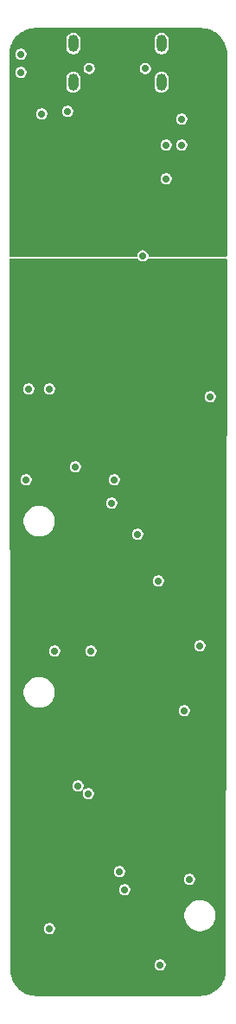
<source format=gbr>
%TF.GenerationSoftware,KiCad,Pcbnew,9.0.3*%
%TF.CreationDate,2025-09-26T00:40:55-04:00*%
%TF.ProjectId,Photon,50686f74-6f6e-42e6-9b69-6361645f7063,1.3*%
%TF.SameCoordinates,Original*%
%TF.FileFunction,Copper,L3,Inr*%
%TF.FilePolarity,Positive*%
%FSLAX46Y46*%
G04 Gerber Fmt 4.6, Leading zero omitted, Abs format (unit mm)*
G04 Created by KiCad (PCBNEW 9.0.3) date 2025-09-26 00:40:55*
%MOMM*%
%LPD*%
G01*
G04 APERTURE LIST*
%TA.AperFunction,HeatsinkPad*%
%ADD10O,1.000000X1.700000*%
%TD*%
%TA.AperFunction,ViaPad*%
%ADD11C,0.700000*%
%TD*%
G04 APERTURE END LIST*
D10*
%TO.N,GND*%
%TO.C,J1*%
X57198800Y-25860000D03*
X57198800Y-22060000D03*
X48558800Y-25860000D03*
X48558800Y-22060000D03*
%TD*%
D11*
%TO.N,GND*%
X46736000Y-81534000D03*
X55626000Y-24526000D03*
X52324000Y-67056000D03*
X61976000Y-56642000D03*
X43434000Y-23114000D03*
X59182000Y-29464000D03*
X56896000Y-74676000D03*
X57658000Y-32004000D03*
X50128800Y-24526000D03*
X43434000Y-24892000D03*
X54864000Y-70104000D03*
X59436000Y-87376000D03*
X52578000Y-64770000D03*
X55372000Y-42863000D03*
X60960000Y-81026000D03*
X57057000Y-112268000D03*
X44196000Y-55880000D03*
X50292000Y-81534000D03*
X46228000Y-55880000D03*
X59944000Y-103886000D03*
X59182000Y-32004000D03*
X43942000Y-64770000D03*
X45466000Y-28956000D03*
%TO.N,PACK+*%
X48006000Y-28702000D03*
X57658000Y-35306000D03*
X50038000Y-95504000D03*
X48768000Y-63500000D03*
%TO.N,+3V3*%
X55880000Y-61976000D03*
X48768000Y-65024000D03*
X57912000Y-61976000D03*
X53848000Y-46482000D03*
X59944000Y-61976000D03*
X48260000Y-69088000D03*
X45149000Y-113475000D03*
X51816000Y-96266000D03*
X51816000Y-98552000D03*
X52578000Y-78486000D03*
X53848000Y-44450000D03*
X48768000Y-81534000D03*
%TO.N,5V*%
X48768000Y-35814000D03*
X51358800Y-24526000D03*
X54356000Y-24384000D03*
X57404000Y-29464000D03*
X51816000Y-41085000D03*
%TO.N,/BAT_SAF_OUT*%
X46228000Y-108712000D03*
%TO.N,/VM*%
X53086000Y-103124000D03*
X53594000Y-104902000D03*
%TO.N,/Bat+*%
X49022000Y-94742000D03*
%TD*%
%TA.AperFunction,Conductor*%
%TO.N,5V*%
G36*
X61093527Y-20566657D02*
G01*
X61370408Y-20582210D01*
X61381439Y-20583453D01*
X61652120Y-20629446D01*
X61662928Y-20631912D01*
X61926786Y-20707932D01*
X61937235Y-20711588D01*
X62190905Y-20816665D01*
X62200899Y-20821478D01*
X62441146Y-20954260D01*
X62441206Y-20954293D01*
X62450603Y-20960198D01*
X62674524Y-21119081D01*
X62683195Y-21125996D01*
X62887928Y-21308959D01*
X62895762Y-21316793D01*
X62950632Y-21378193D01*
X63078719Y-21521525D01*
X63085641Y-21530205D01*
X63244520Y-21754126D01*
X63250426Y-21763526D01*
X63383233Y-22003824D01*
X63388050Y-22013827D01*
X63493115Y-22267480D01*
X63496782Y-22277958D01*
X63572792Y-22541793D01*
X63575262Y-22552617D01*
X63621250Y-22823291D01*
X63622493Y-22834323D01*
X63638039Y-23111148D01*
X63638195Y-23116843D01*
X63609464Y-42827144D01*
X63590472Y-42885307D01*
X63540919Y-42921199D01*
X63510464Y-42926000D01*
X56021500Y-42926000D01*
X55963309Y-42907093D01*
X55927345Y-42857593D01*
X55922500Y-42827000D01*
X55922500Y-42790525D01*
X55884984Y-42650515D01*
X55884982Y-42650512D01*
X55884982Y-42650510D01*
X55812512Y-42524989D01*
X55812510Y-42524987D01*
X55812509Y-42524985D01*
X55710015Y-42422491D01*
X55710012Y-42422489D01*
X55710010Y-42422487D01*
X55584488Y-42350017D01*
X55584489Y-42350017D01*
X55554896Y-42342087D01*
X55444475Y-42312500D01*
X55299525Y-42312500D01*
X55237790Y-42329041D01*
X55159510Y-42350017D01*
X55033989Y-42422487D01*
X54931487Y-42524989D01*
X54859017Y-42650510D01*
X54821500Y-42790525D01*
X54821500Y-42827000D01*
X54802593Y-42885191D01*
X54753093Y-42921155D01*
X54722500Y-42926000D01*
X42407506Y-42926000D01*
X42349315Y-42907093D01*
X42313351Y-42857593D01*
X42308506Y-42827144D01*
X42297433Y-35233525D01*
X57107500Y-35233525D01*
X57107500Y-35378474D01*
X57145017Y-35518489D01*
X57217487Y-35644010D01*
X57217489Y-35644012D01*
X57217491Y-35644015D01*
X57319985Y-35746509D01*
X57319987Y-35746510D01*
X57319989Y-35746512D01*
X57445511Y-35818982D01*
X57445512Y-35818982D01*
X57445515Y-35818984D01*
X57585525Y-35856500D01*
X57585526Y-35856500D01*
X57730474Y-35856500D01*
X57730475Y-35856500D01*
X57870485Y-35818984D01*
X57870487Y-35818982D01*
X57870489Y-35818982D01*
X57996010Y-35746512D01*
X57996010Y-35746511D01*
X57996015Y-35746509D01*
X58098509Y-35644015D01*
X58170984Y-35518485D01*
X58208500Y-35378475D01*
X58208500Y-35233525D01*
X58170984Y-35093515D01*
X58170982Y-35093512D01*
X58170982Y-35093510D01*
X58098512Y-34967989D01*
X58098510Y-34967987D01*
X58098509Y-34967985D01*
X57996015Y-34865491D01*
X57996012Y-34865489D01*
X57996010Y-34865487D01*
X57870488Y-34793017D01*
X57870489Y-34793017D01*
X57840896Y-34785087D01*
X57730475Y-34755500D01*
X57585525Y-34755500D01*
X57523790Y-34772041D01*
X57445510Y-34793017D01*
X57319989Y-34865487D01*
X57217487Y-34967989D01*
X57145017Y-35093510D01*
X57107500Y-35233525D01*
X42297433Y-35233525D01*
X42297424Y-35227180D01*
X42292618Y-31931525D01*
X57107500Y-31931525D01*
X57107500Y-32076474D01*
X57145017Y-32216489D01*
X57217487Y-32342010D01*
X57217489Y-32342012D01*
X57217491Y-32342015D01*
X57319985Y-32444509D01*
X57319987Y-32444510D01*
X57319989Y-32444512D01*
X57445511Y-32516982D01*
X57445512Y-32516982D01*
X57445515Y-32516984D01*
X57585525Y-32554500D01*
X57585526Y-32554500D01*
X57730474Y-32554500D01*
X57730475Y-32554500D01*
X57870485Y-32516984D01*
X57870487Y-32516982D01*
X57870489Y-32516982D01*
X57996010Y-32444512D01*
X57996010Y-32444511D01*
X57996015Y-32444509D01*
X58098509Y-32342015D01*
X58170984Y-32216485D01*
X58208500Y-32076475D01*
X58208500Y-31931525D01*
X58631500Y-31931525D01*
X58631500Y-32076474D01*
X58669017Y-32216489D01*
X58741487Y-32342010D01*
X58741489Y-32342012D01*
X58741491Y-32342015D01*
X58843985Y-32444509D01*
X58843987Y-32444510D01*
X58843989Y-32444512D01*
X58969511Y-32516982D01*
X58969512Y-32516982D01*
X58969515Y-32516984D01*
X59109525Y-32554500D01*
X59109526Y-32554500D01*
X59254474Y-32554500D01*
X59254475Y-32554500D01*
X59394485Y-32516984D01*
X59394487Y-32516982D01*
X59394489Y-32516982D01*
X59520010Y-32444512D01*
X59520010Y-32444511D01*
X59520015Y-32444509D01*
X59622509Y-32342015D01*
X59694984Y-32216485D01*
X59732500Y-32076475D01*
X59732500Y-31931525D01*
X59694984Y-31791515D01*
X59694982Y-31791512D01*
X59694982Y-31791510D01*
X59622512Y-31665989D01*
X59622510Y-31665987D01*
X59622509Y-31665985D01*
X59520015Y-31563491D01*
X59520012Y-31563489D01*
X59520010Y-31563487D01*
X59394488Y-31491017D01*
X59394489Y-31491017D01*
X59364896Y-31483087D01*
X59254475Y-31453500D01*
X59109525Y-31453500D01*
X59047790Y-31470041D01*
X58969510Y-31491017D01*
X58843989Y-31563487D01*
X58741487Y-31665989D01*
X58669017Y-31791510D01*
X58631500Y-31931525D01*
X58208500Y-31931525D01*
X58170984Y-31791515D01*
X58170982Y-31791512D01*
X58170982Y-31791510D01*
X58098512Y-31665989D01*
X58098510Y-31665987D01*
X58098509Y-31665985D01*
X57996015Y-31563491D01*
X57996012Y-31563489D01*
X57996010Y-31563487D01*
X57870488Y-31491017D01*
X57870489Y-31491017D01*
X57840896Y-31483087D01*
X57730475Y-31453500D01*
X57585525Y-31453500D01*
X57523790Y-31470041D01*
X57445510Y-31491017D01*
X57319989Y-31563487D01*
X57217487Y-31665989D01*
X57145017Y-31791510D01*
X57107500Y-31931525D01*
X42292618Y-31931525D01*
X42292609Y-31925180D01*
X42288174Y-28883525D01*
X44915500Y-28883525D01*
X44915500Y-29028474D01*
X44953017Y-29168489D01*
X45025487Y-29294010D01*
X45025489Y-29294012D01*
X45025491Y-29294015D01*
X45127985Y-29396509D01*
X45127987Y-29396510D01*
X45127989Y-29396512D01*
X45253511Y-29468982D01*
X45253512Y-29468982D01*
X45253515Y-29468984D01*
X45393525Y-29506500D01*
X45393526Y-29506500D01*
X45538474Y-29506500D01*
X45538475Y-29506500D01*
X45678485Y-29468984D01*
X45678487Y-29468982D01*
X45678489Y-29468982D01*
X45804010Y-29396512D01*
X45804010Y-29396511D01*
X45804015Y-29396509D01*
X45808999Y-29391525D01*
X58631500Y-29391525D01*
X58631500Y-29536474D01*
X58669017Y-29676489D01*
X58741487Y-29802010D01*
X58741489Y-29802012D01*
X58741491Y-29802015D01*
X58843985Y-29904509D01*
X58843987Y-29904510D01*
X58843989Y-29904512D01*
X58969511Y-29976982D01*
X58969512Y-29976982D01*
X58969515Y-29976984D01*
X59109525Y-30014500D01*
X59109526Y-30014500D01*
X59254474Y-30014500D01*
X59254475Y-30014500D01*
X59394485Y-29976984D01*
X59394487Y-29976982D01*
X59394489Y-29976982D01*
X59520010Y-29904512D01*
X59520010Y-29904511D01*
X59520015Y-29904509D01*
X59622509Y-29802015D01*
X59694984Y-29676485D01*
X59732500Y-29536475D01*
X59732500Y-29391525D01*
X59694984Y-29251515D01*
X59694982Y-29251512D01*
X59694982Y-29251510D01*
X59622512Y-29125989D01*
X59622510Y-29125987D01*
X59622509Y-29125985D01*
X59520015Y-29023491D01*
X59520012Y-29023489D01*
X59520010Y-29023487D01*
X59394488Y-28951017D01*
X59394489Y-28951017D01*
X59364896Y-28943087D01*
X59254475Y-28913500D01*
X59109525Y-28913500D01*
X59047790Y-28930041D01*
X58969510Y-28951017D01*
X58843989Y-29023487D01*
X58741487Y-29125989D01*
X58669017Y-29251510D01*
X58631500Y-29391525D01*
X45808999Y-29391525D01*
X45906509Y-29294015D01*
X45930478Y-29252500D01*
X45978982Y-29168489D01*
X45978982Y-29168487D01*
X45978984Y-29168485D01*
X46016500Y-29028475D01*
X46016500Y-28883525D01*
X45978984Y-28743515D01*
X45978982Y-28743512D01*
X45978982Y-28743510D01*
X45938005Y-28672536D01*
X45913172Y-28629525D01*
X47455500Y-28629525D01*
X47455500Y-28774474D01*
X47493017Y-28914489D01*
X47565487Y-29040010D01*
X47565489Y-29040012D01*
X47565491Y-29040015D01*
X47667985Y-29142509D01*
X47667987Y-29142510D01*
X47667989Y-29142512D01*
X47793511Y-29214982D01*
X47793512Y-29214982D01*
X47793515Y-29214984D01*
X47933525Y-29252500D01*
X47933526Y-29252500D01*
X48078474Y-29252500D01*
X48078475Y-29252500D01*
X48218485Y-29214984D01*
X48218487Y-29214982D01*
X48218489Y-29214982D01*
X48344010Y-29142512D01*
X48344010Y-29142511D01*
X48344015Y-29142509D01*
X48446509Y-29040015D01*
X48456049Y-29023491D01*
X48518982Y-28914489D01*
X48518982Y-28914487D01*
X48518984Y-28914485D01*
X48556500Y-28774475D01*
X48556500Y-28629525D01*
X48518984Y-28489515D01*
X48518982Y-28489512D01*
X48518982Y-28489510D01*
X48446512Y-28363989D01*
X48446510Y-28363987D01*
X48446509Y-28363985D01*
X48344015Y-28261491D01*
X48344012Y-28261489D01*
X48344010Y-28261487D01*
X48218488Y-28189017D01*
X48218489Y-28189017D01*
X48188896Y-28181087D01*
X48078475Y-28151500D01*
X47933525Y-28151500D01*
X47871790Y-28168041D01*
X47793510Y-28189017D01*
X47667989Y-28261487D01*
X47565487Y-28363989D01*
X47493017Y-28489510D01*
X47455500Y-28629525D01*
X45913172Y-28629525D01*
X45906512Y-28617989D01*
X45906510Y-28617987D01*
X45906509Y-28617985D01*
X45804015Y-28515491D01*
X45804012Y-28515489D01*
X45804010Y-28515487D01*
X45678488Y-28443017D01*
X45678489Y-28443017D01*
X45648896Y-28435087D01*
X45538475Y-28405500D01*
X45393525Y-28405500D01*
X45331790Y-28422041D01*
X45253510Y-28443017D01*
X45127989Y-28515487D01*
X45025487Y-28617989D01*
X44953017Y-28743510D01*
X44915500Y-28883525D01*
X42288174Y-28883525D01*
X42288165Y-28877180D01*
X42282248Y-24819525D01*
X42883500Y-24819525D01*
X42883500Y-24964474D01*
X42921017Y-25104489D01*
X42993487Y-25230010D01*
X42993489Y-25230012D01*
X42993491Y-25230015D01*
X43095985Y-25332509D01*
X43095987Y-25332510D01*
X43095989Y-25332512D01*
X43221511Y-25404982D01*
X43221512Y-25404982D01*
X43221515Y-25404984D01*
X43361525Y-25442500D01*
X43361526Y-25442500D01*
X43506474Y-25442500D01*
X43506475Y-25442500D01*
X43512058Y-25441004D01*
X47858300Y-25441004D01*
X47858300Y-26278995D01*
X47885220Y-26414327D01*
X47885220Y-26414329D01*
X47938022Y-26541806D01*
X47938028Y-26541817D01*
X48014685Y-26656541D01*
X48112258Y-26754114D01*
X48226982Y-26830771D01*
X48226993Y-26830777D01*
X48274083Y-26850282D01*
X48354472Y-26883580D01*
X48489807Y-26910500D01*
X48489808Y-26910500D01*
X48627792Y-26910500D01*
X48627793Y-26910500D01*
X48763128Y-26883580D01*
X48890611Y-26830775D01*
X49005342Y-26754114D01*
X49102914Y-26656542D01*
X49179575Y-26541811D01*
X49232380Y-26414328D01*
X49259300Y-26278993D01*
X49259300Y-25441007D01*
X49259299Y-25441004D01*
X56498300Y-25441004D01*
X56498300Y-26278995D01*
X56525220Y-26414327D01*
X56525220Y-26414329D01*
X56578022Y-26541806D01*
X56578028Y-26541817D01*
X56654685Y-26656541D01*
X56752258Y-26754114D01*
X56866982Y-26830771D01*
X56866993Y-26830777D01*
X56914083Y-26850282D01*
X56994472Y-26883580D01*
X57129807Y-26910500D01*
X57129808Y-26910500D01*
X57267792Y-26910500D01*
X57267793Y-26910500D01*
X57403128Y-26883580D01*
X57530611Y-26830775D01*
X57645342Y-26754114D01*
X57742914Y-26656542D01*
X57819575Y-26541811D01*
X57872380Y-26414328D01*
X57899300Y-26278993D01*
X57899300Y-25441007D01*
X57872380Y-25305672D01*
X57819575Y-25178189D01*
X57819574Y-25178187D01*
X57819571Y-25178182D01*
X57742914Y-25063458D01*
X57645341Y-24965885D01*
X57530617Y-24889228D01*
X57530606Y-24889222D01*
X57403128Y-24836420D01*
X57267795Y-24809500D01*
X57267793Y-24809500D01*
X57129807Y-24809500D01*
X57129804Y-24809500D01*
X56994472Y-24836420D01*
X56994470Y-24836420D01*
X56866993Y-24889222D01*
X56866982Y-24889228D01*
X56752258Y-24965885D01*
X56654685Y-25063458D01*
X56578028Y-25178182D01*
X56578022Y-25178193D01*
X56525220Y-25305670D01*
X56525220Y-25305672D01*
X56498300Y-25441004D01*
X49259299Y-25441004D01*
X49232380Y-25305672D01*
X49179575Y-25178189D01*
X49179574Y-25178187D01*
X49179571Y-25178182D01*
X49102914Y-25063458D01*
X49005341Y-24965885D01*
X48890617Y-24889228D01*
X48890606Y-24889222D01*
X48763128Y-24836420D01*
X48627795Y-24809500D01*
X48627793Y-24809500D01*
X48489807Y-24809500D01*
X48489804Y-24809500D01*
X48354472Y-24836420D01*
X48354470Y-24836420D01*
X48226993Y-24889222D01*
X48226982Y-24889228D01*
X48112258Y-24965885D01*
X48014685Y-25063458D01*
X47938028Y-25178182D01*
X47938022Y-25178193D01*
X47885220Y-25305670D01*
X47885220Y-25305672D01*
X47858300Y-25441004D01*
X43512058Y-25441004D01*
X43646485Y-25404984D01*
X43646487Y-25404982D01*
X43646489Y-25404982D01*
X43741002Y-25350415D01*
X43741010Y-25350409D01*
X43772015Y-25332509D01*
X43874509Y-25230015D01*
X43946984Y-25104485D01*
X43984500Y-24964475D01*
X43984500Y-24819525D01*
X43946984Y-24679515D01*
X43946982Y-24679512D01*
X43946982Y-24679510D01*
X43874512Y-24553989D01*
X43874510Y-24553987D01*
X43874509Y-24553985D01*
X43774049Y-24453525D01*
X49578300Y-24453525D01*
X49578300Y-24598474D01*
X49615817Y-24738489D01*
X49688287Y-24864010D01*
X49688289Y-24864012D01*
X49688291Y-24864015D01*
X49790785Y-24966509D01*
X49790787Y-24966510D01*
X49790789Y-24966512D01*
X49916311Y-25038982D01*
X49916312Y-25038982D01*
X49916315Y-25038984D01*
X50056325Y-25076500D01*
X50056326Y-25076500D01*
X50201274Y-25076500D01*
X50201275Y-25076500D01*
X50341285Y-25038984D01*
X50341287Y-25038982D01*
X50341289Y-25038982D01*
X50466810Y-24966512D01*
X50466810Y-24966511D01*
X50466815Y-24966509D01*
X50569309Y-24864015D01*
X50585241Y-24836420D01*
X50641782Y-24738489D01*
X50641782Y-24738487D01*
X50641784Y-24738485D01*
X50679300Y-24598475D01*
X50679300Y-24453525D01*
X55075500Y-24453525D01*
X55075500Y-24598474D01*
X55113017Y-24738489D01*
X55185487Y-24864010D01*
X55185489Y-24864012D01*
X55185491Y-24864015D01*
X55287985Y-24966509D01*
X55287987Y-24966510D01*
X55287989Y-24966512D01*
X55413511Y-25038982D01*
X55413512Y-25038982D01*
X55413515Y-25038984D01*
X55553525Y-25076500D01*
X55553526Y-25076500D01*
X55698474Y-25076500D01*
X55698475Y-25076500D01*
X55838485Y-25038984D01*
X55838487Y-25038982D01*
X55838489Y-25038982D01*
X55964010Y-24966512D01*
X55964010Y-24966511D01*
X55964015Y-24966509D01*
X56066509Y-24864015D01*
X56082441Y-24836420D01*
X56138982Y-24738489D01*
X56138982Y-24738487D01*
X56138984Y-24738485D01*
X56176500Y-24598475D01*
X56176500Y-24453525D01*
X56138984Y-24313515D01*
X56138982Y-24313512D01*
X56138982Y-24313510D01*
X56066512Y-24187989D01*
X56066510Y-24187987D01*
X56066509Y-24187985D01*
X55964015Y-24085491D01*
X55964012Y-24085489D01*
X55964010Y-24085487D01*
X55838488Y-24013017D01*
X55838489Y-24013017D01*
X55808896Y-24005087D01*
X55698475Y-23975500D01*
X55553525Y-23975500D01*
X55491790Y-23992041D01*
X55413510Y-24013017D01*
X55287989Y-24085487D01*
X55185487Y-24187989D01*
X55113017Y-24313510D01*
X55075500Y-24453525D01*
X50679300Y-24453525D01*
X50641784Y-24313515D01*
X50641782Y-24313512D01*
X50641782Y-24313510D01*
X50569312Y-24187989D01*
X50569310Y-24187987D01*
X50569309Y-24187985D01*
X50466815Y-24085491D01*
X50466812Y-24085489D01*
X50466810Y-24085487D01*
X50341288Y-24013017D01*
X50341289Y-24013017D01*
X50311696Y-24005087D01*
X50201275Y-23975500D01*
X50056325Y-23975500D01*
X49994590Y-23992041D01*
X49916310Y-24013017D01*
X49790789Y-24085487D01*
X49688287Y-24187989D01*
X49615817Y-24313510D01*
X49578300Y-24453525D01*
X43774049Y-24453525D01*
X43772015Y-24451491D01*
X43772012Y-24451489D01*
X43772010Y-24451487D01*
X43646488Y-24379017D01*
X43646489Y-24379017D01*
X43616896Y-24371087D01*
X43506475Y-24341500D01*
X43361525Y-24341500D01*
X43299790Y-24358041D01*
X43221510Y-24379017D01*
X43095989Y-24451487D01*
X42993487Y-24553989D01*
X42921017Y-24679510D01*
X42883500Y-24819525D01*
X42282248Y-24819525D01*
X42282239Y-24813180D01*
X42279858Y-23180394D01*
X42279765Y-23116834D01*
X42279921Y-23111145D01*
X42283831Y-23041525D01*
X42883500Y-23041525D01*
X42883500Y-23186474D01*
X42921017Y-23326489D01*
X42993487Y-23452010D01*
X42993489Y-23452012D01*
X42993491Y-23452015D01*
X43095985Y-23554509D01*
X43095987Y-23554510D01*
X43095989Y-23554512D01*
X43221511Y-23626982D01*
X43221512Y-23626982D01*
X43221515Y-23626984D01*
X43361525Y-23664500D01*
X43361526Y-23664500D01*
X43506474Y-23664500D01*
X43506475Y-23664500D01*
X43646485Y-23626984D01*
X43646487Y-23626982D01*
X43646489Y-23626982D01*
X43772010Y-23554512D01*
X43772010Y-23554511D01*
X43772015Y-23554509D01*
X43874509Y-23452015D01*
X43946984Y-23326485D01*
X43984500Y-23186475D01*
X43984500Y-23041525D01*
X43946984Y-22901515D01*
X43946982Y-22901512D01*
X43946982Y-22901510D01*
X43874512Y-22775989D01*
X43874510Y-22775987D01*
X43874509Y-22775985D01*
X43772015Y-22673491D01*
X43772012Y-22673489D01*
X43772010Y-22673487D01*
X43646488Y-22601017D01*
X43646489Y-22601017D01*
X43615438Y-22592697D01*
X43506475Y-22563500D01*
X43361525Y-22563500D01*
X43299790Y-22580041D01*
X43221510Y-22601017D01*
X43095989Y-22673487D01*
X42993487Y-22775989D01*
X42921017Y-22901510D01*
X42883500Y-23041525D01*
X42283831Y-23041525D01*
X42284435Y-23030777D01*
X42295467Y-22834312D01*
X42296709Y-22823293D01*
X42342701Y-22552600D01*
X42345170Y-22541784D01*
X42363260Y-22478993D01*
X42421182Y-22277939D01*
X42424842Y-22267480D01*
X42529922Y-22013793D01*
X42534726Y-22003817D01*
X42667549Y-21763488D01*
X42673435Y-21754119D01*
X42753694Y-21641004D01*
X47858300Y-21641004D01*
X47858300Y-21641007D01*
X47858300Y-22478993D01*
X47880918Y-22592703D01*
X47885220Y-22614327D01*
X47885220Y-22614329D01*
X47938022Y-22741806D01*
X47938028Y-22741817D01*
X48014685Y-22856541D01*
X48112258Y-22954114D01*
X48226982Y-23030771D01*
X48226993Y-23030777D01*
X48269730Y-23048479D01*
X48354472Y-23083580D01*
X48489807Y-23110500D01*
X48489808Y-23110500D01*
X48627792Y-23110500D01*
X48627793Y-23110500D01*
X48763128Y-23083580D01*
X48890611Y-23030775D01*
X49005342Y-22954114D01*
X49102914Y-22856542D01*
X49179575Y-22741811D01*
X49232380Y-22614328D01*
X49259300Y-22478993D01*
X49259300Y-21641007D01*
X49259299Y-21641004D01*
X56498300Y-21641004D01*
X56498300Y-21641007D01*
X56498300Y-22478993D01*
X56520918Y-22592703D01*
X56525220Y-22614327D01*
X56525220Y-22614329D01*
X56578022Y-22741806D01*
X56578028Y-22741817D01*
X56654685Y-22856541D01*
X56752258Y-22954114D01*
X56866982Y-23030771D01*
X56866993Y-23030777D01*
X56909730Y-23048479D01*
X56994472Y-23083580D01*
X57129807Y-23110500D01*
X57129808Y-23110500D01*
X57267792Y-23110500D01*
X57267793Y-23110500D01*
X57403128Y-23083580D01*
X57530611Y-23030775D01*
X57645342Y-22954114D01*
X57742914Y-22856542D01*
X57819575Y-22741811D01*
X57872380Y-22614328D01*
X57899300Y-22478993D01*
X57899300Y-21641007D01*
X57872380Y-21505672D01*
X57819575Y-21378189D01*
X57819574Y-21378187D01*
X57819571Y-21378182D01*
X57742914Y-21263458D01*
X57645341Y-21165885D01*
X57530617Y-21089228D01*
X57530606Y-21089222D01*
X57403128Y-21036420D01*
X57267795Y-21009500D01*
X57267793Y-21009500D01*
X57129807Y-21009500D01*
X57129804Y-21009500D01*
X56994472Y-21036420D01*
X56994470Y-21036420D01*
X56866993Y-21089222D01*
X56866982Y-21089228D01*
X56752258Y-21165885D01*
X56654685Y-21263458D01*
X56578028Y-21378182D01*
X56578022Y-21378193D01*
X56525220Y-21505670D01*
X56525220Y-21505672D01*
X56498300Y-21641004D01*
X49259299Y-21641004D01*
X49232380Y-21505672D01*
X49179575Y-21378189D01*
X49179574Y-21378187D01*
X49179571Y-21378182D01*
X49102914Y-21263458D01*
X49005341Y-21165885D01*
X48890617Y-21089228D01*
X48890606Y-21089222D01*
X48763128Y-21036420D01*
X48627795Y-21009500D01*
X48627793Y-21009500D01*
X48489807Y-21009500D01*
X48489804Y-21009500D01*
X48354472Y-21036420D01*
X48354470Y-21036420D01*
X48226993Y-21089222D01*
X48226982Y-21089228D01*
X48112258Y-21165885D01*
X48014685Y-21263458D01*
X47938028Y-21378182D01*
X47938022Y-21378193D01*
X47885220Y-21505670D01*
X47885220Y-21505672D01*
X47858300Y-21641004D01*
X42753694Y-21641004D01*
X42832336Y-21530168D01*
X42839240Y-21521510D01*
X43022217Y-21316756D01*
X43030043Y-21308931D01*
X43234743Y-21125999D01*
X43234777Y-21125969D01*
X43243456Y-21119047D01*
X43467383Y-20960159D01*
X43476761Y-20954266D01*
X43717096Y-20821435D01*
X43727063Y-20816635D01*
X43980756Y-20711549D01*
X43991195Y-20707896D01*
X44255066Y-20631873D01*
X44265866Y-20629408D01*
X44536560Y-20583413D01*
X44547582Y-20582171D01*
X44823760Y-20566657D01*
X44829313Y-20566501D01*
X61087975Y-20566501D01*
X61093527Y-20566657D01*
G37*
%TD.AperFunction*%
%TD*%
%TA.AperFunction,Conductor*%
%TO.N,+3V3*%
G36*
X55950420Y-43118981D02*
G01*
X55957998Y-43121443D01*
X56021496Y-43131500D01*
X63509875Y-43131500D01*
X63568066Y-43150407D01*
X63604030Y-43199907D01*
X63608875Y-43230644D01*
X63507604Y-112703004D01*
X63507604Y-112703006D01*
X63507594Y-112709754D01*
X63507500Y-112710108D01*
X63507500Y-112773355D01*
X63507495Y-112773368D01*
X63507344Y-112778760D01*
X63491793Y-113055679D01*
X63490550Y-113066711D01*
X63444561Y-113337386D01*
X63442091Y-113348210D01*
X63366081Y-113612045D01*
X63362414Y-113622524D01*
X63257344Y-113876184D01*
X63252527Y-113886186D01*
X63119719Y-114126485D01*
X63113812Y-114135886D01*
X62954933Y-114359804D01*
X62948012Y-114368483D01*
X62765060Y-114573209D01*
X62757209Y-114581060D01*
X62552483Y-114764012D01*
X62543804Y-114770933D01*
X62319886Y-114929812D01*
X62310485Y-114935719D01*
X62070186Y-115068527D01*
X62060184Y-115073344D01*
X61806524Y-115178414D01*
X61796045Y-115182081D01*
X61532210Y-115258091D01*
X61521386Y-115260561D01*
X61250711Y-115306550D01*
X61239679Y-115307793D01*
X60962778Y-115323344D01*
X60957227Y-115323500D01*
X44960773Y-115323500D01*
X44955222Y-115323344D01*
X44678320Y-115307793D01*
X44667288Y-115306550D01*
X44396613Y-115260561D01*
X44385789Y-115258091D01*
X44121954Y-115182081D01*
X44111475Y-115178414D01*
X43857815Y-115073344D01*
X43847813Y-115068527D01*
X43607514Y-114935719D01*
X43598113Y-114929812D01*
X43374195Y-114770933D01*
X43365516Y-114764012D01*
X43270270Y-114678896D01*
X43160782Y-114581052D01*
X43152947Y-114573217D01*
X43042381Y-114449493D01*
X42969987Y-114368483D01*
X42963066Y-114359804D01*
X42804187Y-114135886D01*
X42798280Y-114126485D01*
X42665472Y-113886186D01*
X42660655Y-113876184D01*
X42555585Y-113622524D01*
X42551918Y-113612045D01*
X42475904Y-113348195D01*
X42473441Y-113337401D01*
X42427448Y-113066706D01*
X42426206Y-113055679D01*
X42410656Y-112778778D01*
X42410500Y-112773376D01*
X42410500Y-112773355D01*
X42410500Y-112710108D01*
X42410404Y-112709751D01*
X42409654Y-112195525D01*
X56506500Y-112195525D01*
X56506500Y-112340474D01*
X56544017Y-112480489D01*
X56616487Y-112606010D01*
X56616489Y-112606012D01*
X56616491Y-112606015D01*
X56718985Y-112708509D01*
X56718987Y-112708510D01*
X56718989Y-112708512D01*
X56844511Y-112780982D01*
X56844512Y-112780982D01*
X56844515Y-112780984D01*
X56984525Y-112818500D01*
X56984526Y-112818500D01*
X57129474Y-112818500D01*
X57129475Y-112818500D01*
X57269485Y-112780984D01*
X57269487Y-112780982D01*
X57269489Y-112780982D01*
X57395010Y-112708512D01*
X57395010Y-112708511D01*
X57395015Y-112708509D01*
X57497509Y-112606015D01*
X57569984Y-112480485D01*
X57607500Y-112340475D01*
X57607500Y-112195525D01*
X57569984Y-112055515D01*
X57569982Y-112055512D01*
X57569982Y-112055510D01*
X57497512Y-111929989D01*
X57497510Y-111929987D01*
X57497509Y-111929985D01*
X57395015Y-111827491D01*
X57395012Y-111827489D01*
X57395010Y-111827487D01*
X57269488Y-111755017D01*
X57269489Y-111755017D01*
X57239896Y-111747087D01*
X57129475Y-111717500D01*
X56984525Y-111717500D01*
X56922790Y-111734041D01*
X56844510Y-111755017D01*
X56718989Y-111827487D01*
X56616487Y-111929989D01*
X56544017Y-112055510D01*
X56506500Y-112195525D01*
X42409654Y-112195525D01*
X42408957Y-111717500D01*
X42404469Y-108639525D01*
X45677500Y-108639525D01*
X45677500Y-108784474D01*
X45715017Y-108924489D01*
X45787487Y-109050010D01*
X45787489Y-109050012D01*
X45787491Y-109050015D01*
X45889985Y-109152509D01*
X45889987Y-109152510D01*
X45889989Y-109152512D01*
X46015511Y-109224982D01*
X46015512Y-109224982D01*
X46015515Y-109224984D01*
X46155525Y-109262500D01*
X46155526Y-109262500D01*
X46300474Y-109262500D01*
X46300475Y-109262500D01*
X46440485Y-109224984D01*
X46440487Y-109224982D01*
X46440489Y-109224982D01*
X46566010Y-109152512D01*
X46566010Y-109152511D01*
X46566015Y-109152509D01*
X46668509Y-109050015D01*
X46739804Y-108926529D01*
X46740982Y-108924489D01*
X46740982Y-108924487D01*
X46740984Y-108924485D01*
X46778500Y-108784475D01*
X46778500Y-108639525D01*
X46740984Y-108499515D01*
X46740982Y-108499512D01*
X46740982Y-108499510D01*
X46668512Y-108373989D01*
X46668510Y-108373987D01*
X46668509Y-108373985D01*
X46566015Y-108271491D01*
X46566012Y-108271489D01*
X46566010Y-108271487D01*
X46440488Y-108199017D01*
X46440489Y-108199017D01*
X46410896Y-108191087D01*
X46300475Y-108161500D01*
X46155525Y-108161500D01*
X46093790Y-108178041D01*
X46015510Y-108199017D01*
X45889989Y-108271487D01*
X45787487Y-108373989D01*
X45715017Y-108499510D01*
X45677500Y-108639525D01*
X42404469Y-108639525D01*
X42404460Y-108633180D01*
X42402548Y-107322212D01*
X59437995Y-107322212D01*
X59437995Y-107561787D01*
X59475470Y-107798399D01*
X59475472Y-107798404D01*
X59549503Y-108026247D01*
X59658265Y-108239704D01*
X59799080Y-108433519D01*
X59968481Y-108602920D01*
X60162296Y-108743735D01*
X60375753Y-108852497D01*
X60603596Y-108926528D01*
X60603597Y-108926528D01*
X60603600Y-108926529D01*
X60840213Y-108964005D01*
X60840216Y-108964005D01*
X61079787Y-108964005D01*
X61316399Y-108926529D01*
X61316400Y-108926528D01*
X61316404Y-108926528D01*
X61544247Y-108852497D01*
X61757704Y-108743735D01*
X61951519Y-108602920D01*
X62120920Y-108433519D01*
X62261735Y-108239704D01*
X62370497Y-108026247D01*
X62444528Y-107798404D01*
X62444529Y-107798399D01*
X62482005Y-107561787D01*
X62482005Y-107322212D01*
X62444529Y-107085600D01*
X62426028Y-107028659D01*
X62370497Y-106857753D01*
X62261735Y-106644296D01*
X62120920Y-106450481D01*
X61951519Y-106281080D01*
X61757704Y-106140265D01*
X61757703Y-106140264D01*
X61757701Y-106140263D01*
X61544247Y-106031503D01*
X61316399Y-105957470D01*
X61079787Y-105919995D01*
X61079784Y-105919995D01*
X60840216Y-105919995D01*
X60840213Y-105919995D01*
X60603600Y-105957470D01*
X60375752Y-106031503D01*
X60162298Y-106140263D01*
X59968482Y-106281079D01*
X59799079Y-106450482D01*
X59658263Y-106644298D01*
X59549503Y-106857752D01*
X59475470Y-107085600D01*
X59437995Y-107322212D01*
X42402548Y-107322212D01*
X42402543Y-107318470D01*
X42398914Y-104829525D01*
X53043500Y-104829525D01*
X53043500Y-104974474D01*
X53081017Y-105114489D01*
X53153487Y-105240010D01*
X53153489Y-105240012D01*
X53153491Y-105240015D01*
X53255985Y-105342509D01*
X53255987Y-105342510D01*
X53255989Y-105342512D01*
X53381511Y-105414982D01*
X53381512Y-105414982D01*
X53381515Y-105414984D01*
X53521525Y-105452500D01*
X53521526Y-105452500D01*
X53666474Y-105452500D01*
X53666475Y-105452500D01*
X53806485Y-105414984D01*
X53806487Y-105414982D01*
X53806489Y-105414982D01*
X53932010Y-105342512D01*
X53932010Y-105342511D01*
X53932015Y-105342509D01*
X54034509Y-105240015D01*
X54106984Y-105114485D01*
X54144500Y-104974475D01*
X54144500Y-104829525D01*
X54106984Y-104689515D01*
X54106982Y-104689512D01*
X54106982Y-104689510D01*
X54034512Y-104563989D01*
X54034510Y-104563987D01*
X54034509Y-104563985D01*
X53932015Y-104461491D01*
X53932012Y-104461489D01*
X53932010Y-104461487D01*
X53806488Y-104389017D01*
X53806489Y-104389017D01*
X53776896Y-104381087D01*
X53666475Y-104351500D01*
X53521525Y-104351500D01*
X53459790Y-104368041D01*
X53381510Y-104389017D01*
X53255989Y-104461487D01*
X53153487Y-104563989D01*
X53081017Y-104689510D01*
X53043500Y-104829525D01*
X42398914Y-104829525D01*
X42398905Y-104823180D01*
X42397432Y-103813525D01*
X59393500Y-103813525D01*
X59393500Y-103958474D01*
X59431017Y-104098489D01*
X59503487Y-104224010D01*
X59503489Y-104224012D01*
X59503491Y-104224015D01*
X59605985Y-104326509D01*
X59605987Y-104326510D01*
X59605989Y-104326512D01*
X59731511Y-104398982D01*
X59731512Y-104398982D01*
X59731515Y-104398984D01*
X59871525Y-104436500D01*
X59871526Y-104436500D01*
X60016474Y-104436500D01*
X60016475Y-104436500D01*
X60156485Y-104398984D01*
X60156487Y-104398982D01*
X60156489Y-104398982D01*
X60282010Y-104326512D01*
X60282010Y-104326511D01*
X60282015Y-104326509D01*
X60384509Y-104224015D01*
X60456984Y-104098485D01*
X60494500Y-103958475D01*
X60494500Y-103813525D01*
X60456984Y-103673515D01*
X60456982Y-103673512D01*
X60456982Y-103673510D01*
X60384512Y-103547989D01*
X60384510Y-103547987D01*
X60384509Y-103547985D01*
X60282015Y-103445491D01*
X60282012Y-103445489D01*
X60282010Y-103445487D01*
X60156488Y-103373017D01*
X60156489Y-103373017D01*
X60126896Y-103365087D01*
X60016475Y-103335500D01*
X59871525Y-103335500D01*
X59809790Y-103352041D01*
X59731510Y-103373017D01*
X59605989Y-103445487D01*
X59503487Y-103547989D01*
X59431017Y-103673510D01*
X59393500Y-103813525D01*
X42397432Y-103813525D01*
X42397423Y-103807180D01*
X42396321Y-103051525D01*
X52535500Y-103051525D01*
X52535500Y-103196474D01*
X52573017Y-103336489D01*
X52645487Y-103462010D01*
X52645489Y-103462012D01*
X52645491Y-103462015D01*
X52747985Y-103564509D01*
X52747987Y-103564510D01*
X52747989Y-103564512D01*
X52873511Y-103636982D01*
X52873512Y-103636982D01*
X52873515Y-103636984D01*
X53013525Y-103674500D01*
X53013526Y-103674500D01*
X53158474Y-103674500D01*
X53158475Y-103674500D01*
X53298485Y-103636984D01*
X53298487Y-103636982D01*
X53298489Y-103636982D01*
X53424010Y-103564512D01*
X53424010Y-103564511D01*
X53424015Y-103564509D01*
X53526509Y-103462015D01*
X53536049Y-103445491D01*
X53598982Y-103336489D01*
X53598982Y-103336487D01*
X53598984Y-103336485D01*
X53636500Y-103196475D01*
X53636500Y-103051525D01*
X53598984Y-102911515D01*
X53598982Y-102911512D01*
X53598982Y-102911510D01*
X53526512Y-102785989D01*
X53526510Y-102785987D01*
X53526509Y-102785985D01*
X53424015Y-102683491D01*
X53424012Y-102683489D01*
X53424010Y-102683487D01*
X53298488Y-102611017D01*
X53298489Y-102611017D01*
X53268896Y-102603087D01*
X53158475Y-102573500D01*
X53013525Y-102573500D01*
X52951790Y-102590041D01*
X52873510Y-102611017D01*
X52747989Y-102683487D01*
X52645487Y-102785989D01*
X52573017Y-102911510D01*
X52535500Y-103051525D01*
X42396321Y-103051525D01*
X42396312Y-103045180D01*
X42386118Y-96054500D01*
X42384099Y-94669525D01*
X48471500Y-94669525D01*
X48471500Y-94814474D01*
X48509017Y-94954489D01*
X48581487Y-95080010D01*
X48581489Y-95080012D01*
X48581491Y-95080015D01*
X48683985Y-95182509D01*
X48683987Y-95182510D01*
X48683989Y-95182512D01*
X48809511Y-95254982D01*
X48809512Y-95254982D01*
X48809515Y-95254984D01*
X48949525Y-95292500D01*
X48949526Y-95292500D01*
X49094474Y-95292500D01*
X49094475Y-95292500D01*
X49234485Y-95254984D01*
X49234487Y-95254982D01*
X49234489Y-95254982D01*
X49360010Y-95182512D01*
X49360010Y-95182511D01*
X49360015Y-95182509D01*
X49367585Y-95174938D01*
X49422098Y-95147160D01*
X49482530Y-95156730D01*
X49525797Y-95199992D01*
X49535371Y-95260424D01*
X49526618Y-95285151D01*
X49527500Y-95285517D01*
X49525017Y-95291510D01*
X49487500Y-95431525D01*
X49487500Y-95576474D01*
X49525017Y-95716489D01*
X49597487Y-95842010D01*
X49597489Y-95842012D01*
X49597491Y-95842015D01*
X49699985Y-95944509D01*
X49699987Y-95944510D01*
X49699989Y-95944512D01*
X49825511Y-96016982D01*
X49825512Y-96016982D01*
X49825515Y-96016984D01*
X49965525Y-96054500D01*
X49965526Y-96054500D01*
X50110474Y-96054500D01*
X50110475Y-96054500D01*
X50250485Y-96016984D01*
X50250487Y-96016982D01*
X50250489Y-96016982D01*
X50376010Y-95944512D01*
X50376010Y-95944511D01*
X50376015Y-95944509D01*
X50478509Y-95842015D01*
X50550984Y-95716485D01*
X50588500Y-95576475D01*
X50588500Y-95431525D01*
X50550984Y-95291515D01*
X50550982Y-95291512D01*
X50550982Y-95291510D01*
X50478512Y-95165989D01*
X50478510Y-95165987D01*
X50478509Y-95165985D01*
X50376015Y-95063491D01*
X50376012Y-95063489D01*
X50376010Y-95063487D01*
X50250488Y-94991017D01*
X50250489Y-94991017D01*
X50220896Y-94983087D01*
X50110475Y-94953500D01*
X49965525Y-94953500D01*
X49903790Y-94970041D01*
X49825510Y-94991017D01*
X49699989Y-95063487D01*
X49699982Y-95063492D01*
X49692411Y-95071064D01*
X49637893Y-95098840D01*
X49577461Y-95089266D01*
X49534199Y-95045999D01*
X49524629Y-94985567D01*
X49533385Y-94960849D01*
X49532500Y-94960483D01*
X49534982Y-94954489D01*
X49534982Y-94954487D01*
X49534984Y-94954485D01*
X49572500Y-94814475D01*
X49572500Y-94669525D01*
X49534984Y-94529515D01*
X49534982Y-94529512D01*
X49534982Y-94529510D01*
X49462512Y-94403989D01*
X49462510Y-94403987D01*
X49462509Y-94403985D01*
X49360015Y-94301491D01*
X49360012Y-94301489D01*
X49360010Y-94301487D01*
X49234488Y-94229017D01*
X49234489Y-94229017D01*
X49204896Y-94221087D01*
X49094475Y-94191500D01*
X48949525Y-94191500D01*
X48887790Y-94208041D01*
X48809510Y-94229017D01*
X48683989Y-94301487D01*
X48581487Y-94403989D01*
X48509017Y-94529510D01*
X48471500Y-94669525D01*
X42384099Y-94669525D01*
X42373358Y-87303525D01*
X58885500Y-87303525D01*
X58885500Y-87448474D01*
X58923017Y-87588489D01*
X58995487Y-87714010D01*
X58995489Y-87714012D01*
X58995491Y-87714015D01*
X59097985Y-87816509D01*
X59097987Y-87816510D01*
X59097989Y-87816512D01*
X59223511Y-87888982D01*
X59223512Y-87888982D01*
X59223515Y-87888984D01*
X59363525Y-87926500D01*
X59363526Y-87926500D01*
X59508474Y-87926500D01*
X59508475Y-87926500D01*
X59648485Y-87888984D01*
X59648487Y-87888982D01*
X59648489Y-87888982D01*
X59774010Y-87816512D01*
X59774010Y-87816511D01*
X59774015Y-87816509D01*
X59876509Y-87714015D01*
X59948984Y-87588485D01*
X59986500Y-87448475D01*
X59986500Y-87303525D01*
X59948984Y-87163515D01*
X59948982Y-87163512D01*
X59948982Y-87163510D01*
X59876512Y-87037989D01*
X59876510Y-87037987D01*
X59876509Y-87037985D01*
X59774015Y-86935491D01*
X59774012Y-86935489D01*
X59774010Y-86935487D01*
X59648488Y-86863017D01*
X59648489Y-86863017D01*
X59618896Y-86855087D01*
X59508475Y-86825500D01*
X59363525Y-86825500D01*
X59301790Y-86842041D01*
X59223510Y-86863017D01*
X59097989Y-86935487D01*
X58995487Y-87037989D01*
X58923017Y-87163510D01*
X58885500Y-87303525D01*
X42373358Y-87303525D01*
X42370697Y-85478645D01*
X43695500Y-85478645D01*
X43695500Y-85717354D01*
X43732840Y-85953110D01*
X43732842Y-85953115D01*
X43806605Y-86180134D01*
X43914973Y-86392819D01*
X44055279Y-86585933D01*
X44224067Y-86754721D01*
X44417181Y-86895027D01*
X44629866Y-87003395D01*
X44856885Y-87077158D01*
X44856886Y-87077158D01*
X44856889Y-87077159D01*
X45092646Y-87114500D01*
X45092649Y-87114500D01*
X45331354Y-87114500D01*
X45567110Y-87077159D01*
X45567111Y-87077158D01*
X45567115Y-87077158D01*
X45794134Y-87003395D01*
X46006819Y-86895027D01*
X46199933Y-86754721D01*
X46368721Y-86585933D01*
X46509027Y-86392819D01*
X46617395Y-86180134D01*
X46691158Y-85953115D01*
X46697699Y-85911817D01*
X46728500Y-85717354D01*
X46728500Y-85478645D01*
X46691159Y-85242889D01*
X46673658Y-85189026D01*
X46617395Y-85015866D01*
X46509027Y-84803181D01*
X46368721Y-84610067D01*
X46199933Y-84441279D01*
X46006819Y-84300973D01*
X46006818Y-84300972D01*
X46006816Y-84300971D01*
X45794134Y-84192605D01*
X45567110Y-84118840D01*
X45331354Y-84081500D01*
X45331351Y-84081500D01*
X45092649Y-84081500D01*
X45092646Y-84081500D01*
X44856889Y-84118840D01*
X44629865Y-84192605D01*
X44417183Y-84300971D01*
X44224068Y-84441278D01*
X44055278Y-84610068D01*
X43914971Y-84803183D01*
X43806605Y-85015865D01*
X43732840Y-85242889D01*
X43695500Y-85478645D01*
X42370697Y-85478645D01*
X42364840Y-81461525D01*
X46185500Y-81461525D01*
X46185500Y-81606474D01*
X46223017Y-81746489D01*
X46295487Y-81872010D01*
X46295489Y-81872012D01*
X46295491Y-81872015D01*
X46397985Y-81974509D01*
X46397987Y-81974510D01*
X46397989Y-81974512D01*
X46523511Y-82046982D01*
X46523512Y-82046982D01*
X46523515Y-82046984D01*
X46663525Y-82084500D01*
X46663526Y-82084500D01*
X46808474Y-82084500D01*
X46808475Y-82084500D01*
X46948485Y-82046984D01*
X46948487Y-82046982D01*
X46948489Y-82046982D01*
X47074010Y-81974512D01*
X47074010Y-81974511D01*
X47074015Y-81974509D01*
X47176509Y-81872015D01*
X47248984Y-81746485D01*
X47286500Y-81606475D01*
X47286500Y-81461525D01*
X49741500Y-81461525D01*
X49741500Y-81606474D01*
X49779017Y-81746489D01*
X49851487Y-81872010D01*
X49851489Y-81872012D01*
X49851491Y-81872015D01*
X49953985Y-81974509D01*
X49953987Y-81974510D01*
X49953989Y-81974512D01*
X50079511Y-82046982D01*
X50079512Y-82046982D01*
X50079515Y-82046984D01*
X50219525Y-82084500D01*
X50219526Y-82084500D01*
X50364474Y-82084500D01*
X50364475Y-82084500D01*
X50504485Y-82046984D01*
X50504487Y-82046982D01*
X50504489Y-82046982D01*
X50630010Y-81974512D01*
X50630010Y-81974511D01*
X50630015Y-81974509D01*
X50732509Y-81872015D01*
X50804984Y-81746485D01*
X50842500Y-81606475D01*
X50842500Y-81461525D01*
X50804984Y-81321515D01*
X50804982Y-81321512D01*
X50804982Y-81321510D01*
X50732512Y-81195989D01*
X50732510Y-81195987D01*
X50732509Y-81195985D01*
X50630015Y-81093491D01*
X50630012Y-81093489D01*
X50630010Y-81093487D01*
X50524848Y-81032772D01*
X50524847Y-81032772D01*
X50504487Y-81021017D01*
X50504486Y-81021016D01*
X50504485Y-81021016D01*
X50364475Y-80983500D01*
X50219525Y-80983500D01*
X50157790Y-81000041D01*
X50079510Y-81021017D01*
X49953989Y-81093487D01*
X49851487Y-81195989D01*
X49779017Y-81321510D01*
X49741500Y-81461525D01*
X47286500Y-81461525D01*
X47248984Y-81321515D01*
X47248982Y-81321512D01*
X47248982Y-81321510D01*
X47176512Y-81195989D01*
X47176510Y-81195987D01*
X47176509Y-81195985D01*
X47074015Y-81093491D01*
X47074012Y-81093489D01*
X47074010Y-81093487D01*
X46948488Y-81021017D01*
X46948489Y-81021017D01*
X46918896Y-81013087D01*
X46808475Y-80983500D01*
X46663525Y-80983500D01*
X46601790Y-81000041D01*
X46523510Y-81021017D01*
X46397989Y-81093487D01*
X46295487Y-81195989D01*
X46223017Y-81321510D01*
X46185500Y-81461525D01*
X42364840Y-81461525D01*
X42364099Y-80953525D01*
X60409500Y-80953525D01*
X60409500Y-81098474D01*
X60447017Y-81238489D01*
X60519487Y-81364010D01*
X60519489Y-81364012D01*
X60519491Y-81364015D01*
X60621985Y-81466509D01*
X60621987Y-81466510D01*
X60621989Y-81466512D01*
X60747511Y-81538982D01*
X60747512Y-81538982D01*
X60747515Y-81538984D01*
X60887525Y-81576500D01*
X60887526Y-81576500D01*
X61032474Y-81576500D01*
X61032475Y-81576500D01*
X61172485Y-81538984D01*
X61172487Y-81538982D01*
X61172489Y-81538982D01*
X61298010Y-81466512D01*
X61298010Y-81466511D01*
X61298015Y-81466509D01*
X61400509Y-81364015D01*
X61400512Y-81364010D01*
X61472982Y-81238489D01*
X61472982Y-81238487D01*
X61472984Y-81238485D01*
X61510500Y-81098475D01*
X61510500Y-80953525D01*
X61472984Y-80813515D01*
X61472982Y-80813512D01*
X61472982Y-80813510D01*
X61400512Y-80687989D01*
X61400510Y-80687987D01*
X61400509Y-80687985D01*
X61298015Y-80585491D01*
X61298012Y-80585489D01*
X61298010Y-80585487D01*
X61172488Y-80513017D01*
X61172489Y-80513017D01*
X61142896Y-80505087D01*
X61032475Y-80475500D01*
X60887525Y-80475500D01*
X60825790Y-80492041D01*
X60747510Y-80513017D01*
X60621989Y-80585487D01*
X60519487Y-80687989D01*
X60447017Y-80813510D01*
X60409500Y-80953525D01*
X42364099Y-80953525D01*
X42354840Y-74603525D01*
X56345500Y-74603525D01*
X56345500Y-74748474D01*
X56383017Y-74888489D01*
X56455487Y-75014010D01*
X56455489Y-75014012D01*
X56455491Y-75014015D01*
X56557985Y-75116509D01*
X56557987Y-75116510D01*
X56557989Y-75116512D01*
X56683511Y-75188982D01*
X56683512Y-75188982D01*
X56683515Y-75188984D01*
X56823525Y-75226500D01*
X56823526Y-75226500D01*
X56968474Y-75226500D01*
X56968475Y-75226500D01*
X57108485Y-75188984D01*
X57108487Y-75188982D01*
X57108489Y-75188982D01*
X57234010Y-75116512D01*
X57234010Y-75116511D01*
X57234015Y-75116509D01*
X57336509Y-75014015D01*
X57408984Y-74888485D01*
X57446500Y-74748475D01*
X57446500Y-74603525D01*
X57408984Y-74463515D01*
X57408982Y-74463512D01*
X57408982Y-74463510D01*
X57336512Y-74337989D01*
X57336510Y-74337987D01*
X57336509Y-74337985D01*
X57234015Y-74235491D01*
X57234012Y-74235489D01*
X57234010Y-74235487D01*
X57108488Y-74163017D01*
X57108489Y-74163017D01*
X57078896Y-74155087D01*
X56968475Y-74125500D01*
X56823525Y-74125500D01*
X56761790Y-74142041D01*
X56683510Y-74163017D01*
X56557989Y-74235487D01*
X56455487Y-74337989D01*
X56383017Y-74463510D01*
X56345500Y-74603525D01*
X42354840Y-74603525D01*
X42346253Y-68714645D01*
X43695500Y-68714645D01*
X43695500Y-68953354D01*
X43732840Y-69189110D01*
X43732842Y-69189115D01*
X43806605Y-69416134D01*
X43914973Y-69628819D01*
X44055279Y-69821933D01*
X44224067Y-69990721D01*
X44417181Y-70131027D01*
X44629866Y-70239395D01*
X44856885Y-70313158D01*
X44856886Y-70313158D01*
X44856889Y-70313159D01*
X45092646Y-70350500D01*
X45092649Y-70350500D01*
X45331354Y-70350500D01*
X45567110Y-70313159D01*
X45567111Y-70313158D01*
X45567115Y-70313158D01*
X45794134Y-70239395D01*
X46006819Y-70131027D01*
X46143771Y-70031525D01*
X54313500Y-70031525D01*
X54313500Y-70176474D01*
X54351017Y-70316489D01*
X54423487Y-70442010D01*
X54423489Y-70442012D01*
X54423491Y-70442015D01*
X54525985Y-70544509D01*
X54525987Y-70544510D01*
X54525989Y-70544512D01*
X54651511Y-70616982D01*
X54651512Y-70616982D01*
X54651515Y-70616984D01*
X54791525Y-70654500D01*
X54791526Y-70654500D01*
X54936474Y-70654500D01*
X54936475Y-70654500D01*
X55076485Y-70616984D01*
X55076487Y-70616982D01*
X55076489Y-70616982D01*
X55202010Y-70544512D01*
X55202010Y-70544511D01*
X55202015Y-70544509D01*
X55304509Y-70442015D01*
X55304512Y-70442010D01*
X55376982Y-70316489D01*
X55376982Y-70316487D01*
X55376984Y-70316485D01*
X55414500Y-70176475D01*
X55414500Y-70031525D01*
X55376984Y-69891515D01*
X55376982Y-69891512D01*
X55376982Y-69891510D01*
X55304512Y-69765989D01*
X55304510Y-69765987D01*
X55304509Y-69765985D01*
X55202015Y-69663491D01*
X55202012Y-69663489D01*
X55202010Y-69663487D01*
X55076488Y-69591017D01*
X55076489Y-69591017D01*
X55046896Y-69583087D01*
X54936475Y-69553500D01*
X54791525Y-69553500D01*
X54729790Y-69570041D01*
X54651510Y-69591017D01*
X54525989Y-69663487D01*
X54423487Y-69765989D01*
X54351017Y-69891510D01*
X54313500Y-70031525D01*
X46143771Y-70031525D01*
X46199933Y-69990721D01*
X46368721Y-69821933D01*
X46509027Y-69628819D01*
X46617395Y-69416134D01*
X46691158Y-69189115D01*
X46697699Y-69147817D01*
X46728500Y-68953354D01*
X46728500Y-68714645D01*
X46691159Y-68478889D01*
X46673658Y-68425026D01*
X46617395Y-68251866D01*
X46509027Y-68039181D01*
X46368721Y-67846067D01*
X46199933Y-67677279D01*
X46006819Y-67536973D01*
X46006818Y-67536972D01*
X46006816Y-67536971D01*
X45794134Y-67428605D01*
X45567110Y-67354840D01*
X45331354Y-67317500D01*
X45331351Y-67317500D01*
X45092649Y-67317500D01*
X45092646Y-67317500D01*
X44856889Y-67354840D01*
X44629865Y-67428605D01*
X44417183Y-67536971D01*
X44224068Y-67677278D01*
X44055278Y-67846068D01*
X43914971Y-68039183D01*
X43806605Y-68251865D01*
X43732840Y-68478889D01*
X43695500Y-68714645D01*
X42346253Y-68714645D01*
X42343729Y-66983525D01*
X51773500Y-66983525D01*
X51773500Y-67128474D01*
X51811017Y-67268489D01*
X51883487Y-67394010D01*
X51883489Y-67394012D01*
X51883491Y-67394015D01*
X51985985Y-67496509D01*
X51985987Y-67496510D01*
X51985989Y-67496512D01*
X52111511Y-67568982D01*
X52111512Y-67568982D01*
X52111515Y-67568984D01*
X52251525Y-67606500D01*
X52251526Y-67606500D01*
X52396474Y-67606500D01*
X52396475Y-67606500D01*
X52536485Y-67568984D01*
X52536487Y-67568982D01*
X52536489Y-67568982D01*
X52662010Y-67496512D01*
X52662010Y-67496511D01*
X52662015Y-67496509D01*
X52764509Y-67394015D01*
X52836984Y-67268485D01*
X52874500Y-67128475D01*
X52874500Y-66983525D01*
X52836984Y-66843515D01*
X52836982Y-66843512D01*
X52836982Y-66843510D01*
X52764512Y-66717989D01*
X52764510Y-66717987D01*
X52764509Y-66717985D01*
X52662015Y-66615491D01*
X52662012Y-66615489D01*
X52662010Y-66615487D01*
X52536488Y-66543017D01*
X52536489Y-66543017D01*
X52506896Y-66535087D01*
X52396475Y-66505500D01*
X52251525Y-66505500D01*
X52189790Y-66522041D01*
X52111510Y-66543017D01*
X51985989Y-66615487D01*
X51883487Y-66717989D01*
X51811017Y-66843510D01*
X51773500Y-66983525D01*
X42343729Y-66983525D01*
X42340395Y-64697525D01*
X43391500Y-64697525D01*
X43391500Y-64842474D01*
X43429017Y-64982489D01*
X43501487Y-65108010D01*
X43501489Y-65108012D01*
X43501491Y-65108015D01*
X43603985Y-65210509D01*
X43603987Y-65210510D01*
X43603989Y-65210512D01*
X43729511Y-65282982D01*
X43729512Y-65282982D01*
X43729515Y-65282984D01*
X43869525Y-65320500D01*
X43869526Y-65320500D01*
X44014474Y-65320500D01*
X44014475Y-65320500D01*
X44154485Y-65282984D01*
X44154487Y-65282982D01*
X44154489Y-65282982D01*
X44280010Y-65210512D01*
X44280010Y-65210511D01*
X44280015Y-65210509D01*
X44382509Y-65108015D01*
X44454984Y-64982485D01*
X44492500Y-64842475D01*
X44492500Y-64697525D01*
X52027500Y-64697525D01*
X52027500Y-64842474D01*
X52065017Y-64982489D01*
X52137487Y-65108010D01*
X52137489Y-65108012D01*
X52137491Y-65108015D01*
X52239985Y-65210509D01*
X52239987Y-65210510D01*
X52239989Y-65210512D01*
X52365511Y-65282982D01*
X52365512Y-65282982D01*
X52365515Y-65282984D01*
X52505525Y-65320500D01*
X52505526Y-65320500D01*
X52650474Y-65320500D01*
X52650475Y-65320500D01*
X52790485Y-65282984D01*
X52790487Y-65282982D01*
X52790489Y-65282982D01*
X52916010Y-65210512D01*
X52916010Y-65210511D01*
X52916015Y-65210509D01*
X53018509Y-65108015D01*
X53090984Y-64982485D01*
X53128500Y-64842475D01*
X53128500Y-64697525D01*
X53090984Y-64557515D01*
X53090982Y-64557512D01*
X53090982Y-64557510D01*
X53018512Y-64431989D01*
X53018510Y-64431987D01*
X53018509Y-64431985D01*
X52916015Y-64329491D01*
X52916012Y-64329489D01*
X52916010Y-64329487D01*
X52790488Y-64257017D01*
X52790489Y-64257017D01*
X52760896Y-64249087D01*
X52650475Y-64219500D01*
X52505525Y-64219500D01*
X52443790Y-64236041D01*
X52365510Y-64257017D01*
X52239989Y-64329487D01*
X52137487Y-64431989D01*
X52065017Y-64557510D01*
X52027500Y-64697525D01*
X44492500Y-64697525D01*
X44454984Y-64557515D01*
X44454982Y-64557512D01*
X44454982Y-64557510D01*
X44382512Y-64431989D01*
X44382510Y-64431987D01*
X44382509Y-64431985D01*
X44280015Y-64329491D01*
X44280012Y-64329489D01*
X44280010Y-64329487D01*
X44154488Y-64257017D01*
X44154489Y-64257017D01*
X44124896Y-64249087D01*
X44014475Y-64219500D01*
X43869525Y-64219500D01*
X43807790Y-64236041D01*
X43729510Y-64257017D01*
X43603989Y-64329487D01*
X43501487Y-64431989D01*
X43429017Y-64557510D01*
X43391500Y-64697525D01*
X42340395Y-64697525D01*
X42338543Y-63427525D01*
X48217500Y-63427525D01*
X48217500Y-63572474D01*
X48255017Y-63712489D01*
X48327487Y-63838010D01*
X48327489Y-63838012D01*
X48327491Y-63838015D01*
X48429985Y-63940509D01*
X48429987Y-63940510D01*
X48429989Y-63940512D01*
X48555511Y-64012982D01*
X48555512Y-64012982D01*
X48555515Y-64012984D01*
X48695525Y-64050500D01*
X48695526Y-64050500D01*
X48840474Y-64050500D01*
X48840475Y-64050500D01*
X48980485Y-64012984D01*
X48980487Y-64012982D01*
X48980489Y-64012982D01*
X49106010Y-63940512D01*
X49106010Y-63940511D01*
X49106015Y-63940509D01*
X49208509Y-63838015D01*
X49280984Y-63712485D01*
X49318500Y-63572475D01*
X49318500Y-63427525D01*
X49280984Y-63287515D01*
X49280982Y-63287512D01*
X49280982Y-63287510D01*
X49208512Y-63161989D01*
X49208510Y-63161987D01*
X49208509Y-63161985D01*
X49106015Y-63059491D01*
X49106012Y-63059489D01*
X49106010Y-63059487D01*
X48980488Y-62987017D01*
X48980489Y-62987017D01*
X48950896Y-62979087D01*
X48840475Y-62949500D01*
X48695525Y-62949500D01*
X48633790Y-62966041D01*
X48555510Y-62987017D01*
X48429989Y-63059487D01*
X48327487Y-63161989D01*
X48255017Y-63287510D01*
X48217500Y-63427525D01*
X42338543Y-63427525D01*
X42328543Y-56569525D01*
X61425500Y-56569525D01*
X61425500Y-56714474D01*
X61463017Y-56854489D01*
X61535487Y-56980010D01*
X61535489Y-56980012D01*
X61535491Y-56980015D01*
X61637985Y-57082509D01*
X61637987Y-57082510D01*
X61637989Y-57082512D01*
X61763511Y-57154982D01*
X61763512Y-57154982D01*
X61763515Y-57154984D01*
X61903525Y-57192500D01*
X61903526Y-57192500D01*
X62048474Y-57192500D01*
X62048475Y-57192500D01*
X62188485Y-57154984D01*
X62188487Y-57154982D01*
X62188489Y-57154982D01*
X62314010Y-57082512D01*
X62314010Y-57082511D01*
X62314015Y-57082509D01*
X62416509Y-56980015D01*
X62488984Y-56854485D01*
X62526500Y-56714475D01*
X62526500Y-56569525D01*
X62488984Y-56429515D01*
X62488982Y-56429512D01*
X62488982Y-56429510D01*
X62416512Y-56303989D01*
X62416510Y-56303987D01*
X62416509Y-56303985D01*
X62314015Y-56201491D01*
X62314012Y-56201489D01*
X62314010Y-56201487D01*
X62188488Y-56129017D01*
X62188489Y-56129017D01*
X62158896Y-56121087D01*
X62048475Y-56091500D01*
X61903525Y-56091500D01*
X61841790Y-56108041D01*
X61763510Y-56129017D01*
X61637989Y-56201487D01*
X61535487Y-56303989D01*
X61463017Y-56429510D01*
X61425500Y-56569525D01*
X42328543Y-56569525D01*
X42327432Y-55807525D01*
X43645500Y-55807525D01*
X43645500Y-55952474D01*
X43683017Y-56092489D01*
X43755487Y-56218010D01*
X43755489Y-56218012D01*
X43755491Y-56218015D01*
X43857985Y-56320509D01*
X43857987Y-56320510D01*
X43857989Y-56320512D01*
X43983511Y-56392982D01*
X43983512Y-56392982D01*
X43983515Y-56392984D01*
X44123525Y-56430500D01*
X44123526Y-56430500D01*
X44268474Y-56430500D01*
X44268475Y-56430500D01*
X44408485Y-56392984D01*
X44408487Y-56392982D01*
X44408489Y-56392982D01*
X44534010Y-56320512D01*
X44534010Y-56320511D01*
X44534015Y-56320509D01*
X44636509Y-56218015D01*
X44646049Y-56201491D01*
X44708982Y-56092489D01*
X44708982Y-56092487D01*
X44708984Y-56092485D01*
X44746500Y-55952475D01*
X44746500Y-55807525D01*
X45677500Y-55807525D01*
X45677500Y-55952474D01*
X45715017Y-56092489D01*
X45787487Y-56218010D01*
X45787489Y-56218012D01*
X45787491Y-56218015D01*
X45889985Y-56320509D01*
X45889987Y-56320510D01*
X45889989Y-56320512D01*
X46015511Y-56392982D01*
X46015512Y-56392982D01*
X46015515Y-56392984D01*
X46155525Y-56430500D01*
X46155526Y-56430500D01*
X46300474Y-56430500D01*
X46300475Y-56430500D01*
X46440485Y-56392984D01*
X46440487Y-56392982D01*
X46440489Y-56392982D01*
X46566010Y-56320512D01*
X46566010Y-56320511D01*
X46566015Y-56320509D01*
X46668509Y-56218015D01*
X46678049Y-56201491D01*
X46740982Y-56092489D01*
X46740982Y-56092487D01*
X46740984Y-56092485D01*
X46778500Y-55952475D01*
X46778500Y-55807525D01*
X46740984Y-55667515D01*
X46740982Y-55667512D01*
X46740982Y-55667510D01*
X46668512Y-55541989D01*
X46668510Y-55541987D01*
X46668509Y-55541985D01*
X46566015Y-55439491D01*
X46566012Y-55439489D01*
X46566010Y-55439487D01*
X46440488Y-55367017D01*
X46440489Y-55367017D01*
X46410896Y-55359087D01*
X46300475Y-55329500D01*
X46155525Y-55329500D01*
X46093790Y-55346041D01*
X46015510Y-55367017D01*
X45889989Y-55439487D01*
X45787487Y-55541989D01*
X45715017Y-55667510D01*
X45677500Y-55807525D01*
X44746500Y-55807525D01*
X44708984Y-55667515D01*
X44708982Y-55667512D01*
X44708982Y-55667510D01*
X44636512Y-55541989D01*
X44636510Y-55541987D01*
X44636509Y-55541985D01*
X44534015Y-55439491D01*
X44534012Y-55439489D01*
X44534010Y-55439487D01*
X44408488Y-55367017D01*
X44408489Y-55367017D01*
X44378896Y-55359087D01*
X44268475Y-55329500D01*
X44123525Y-55329500D01*
X44061790Y-55346041D01*
X43983510Y-55367017D01*
X43857989Y-55439487D01*
X43755487Y-55541989D01*
X43683017Y-55667510D01*
X43645500Y-55807525D01*
X42327432Y-55807525D01*
X42313741Y-46417926D01*
X42309094Y-43230644D01*
X42327917Y-43172426D01*
X42377364Y-43136390D01*
X42408094Y-43131500D01*
X54722493Y-43131500D01*
X54722500Y-43131500D01*
X54754644Y-43128970D01*
X54785237Y-43124125D01*
X54785248Y-43124123D01*
X54785293Y-43124116D01*
X54789781Y-43123353D01*
X54789780Y-43123353D01*
X54789787Y-43123352D01*
X54789792Y-43123349D01*
X54795386Y-43121705D01*
X54796010Y-43123826D01*
X54847648Y-43119164D01*
X54900182Y-43150530D01*
X54911381Y-43166183D01*
X54931491Y-43201015D01*
X55033985Y-43303509D01*
X55033987Y-43303510D01*
X55033989Y-43303512D01*
X55159511Y-43375982D01*
X55159512Y-43375982D01*
X55159515Y-43375984D01*
X55299525Y-43413500D01*
X55299526Y-43413500D01*
X55444474Y-43413500D01*
X55444475Y-43413500D01*
X55584485Y-43375984D01*
X55584487Y-43375982D01*
X55584489Y-43375982D01*
X55710010Y-43303512D01*
X55710010Y-43303511D01*
X55710015Y-43303509D01*
X55812509Y-43201015D01*
X55834090Y-43163634D01*
X55879558Y-43122694D01*
X55940408Y-43116298D01*
X55950420Y-43118981D01*
G37*
%TD.AperFunction*%
%TD*%
M02*

</source>
